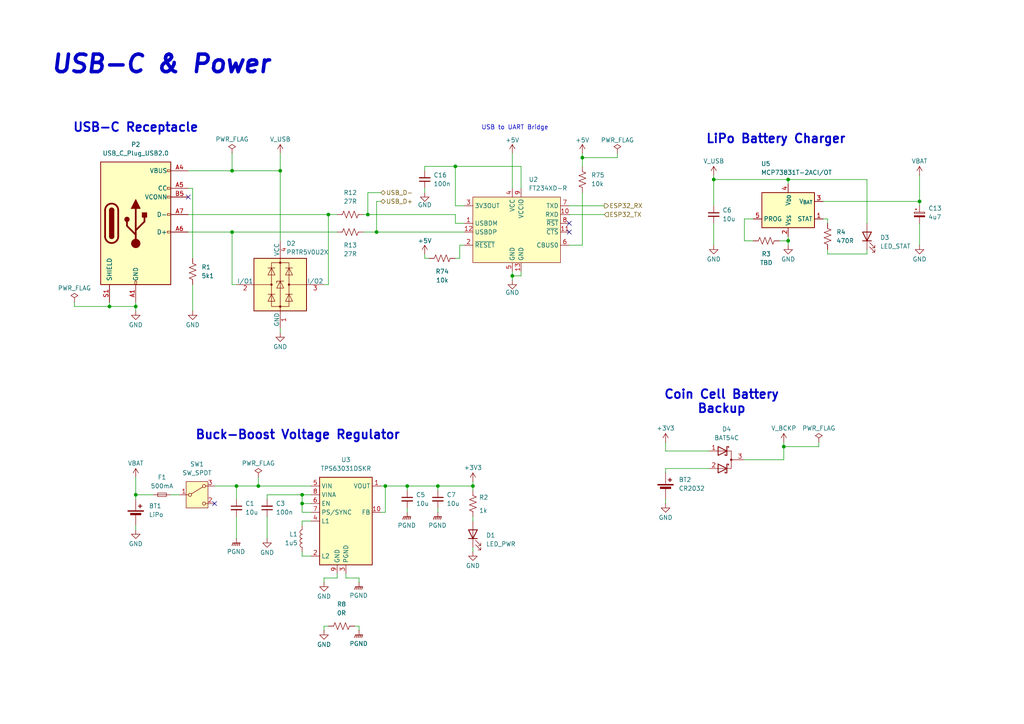
<source format=kicad_sch>
(kicad_sch (version 20250114) (generator "eeschema") (generator_version "9.0")
  (paper "A4")
  (title_block (title "Pocket Caddy") (date "2025-09-25") (rev "0") (company "EE 333 - Electronic Systems Design") (comment 1 "B. Kuhn") (comment 2 "B. York"))
  (lib_symbols
    (symbol "Battery_Management:MCP73831-2-OT"
      (property "Reference" "U" (at -7.62 6.35 0))
      (property "Value" "MCP73831-2-OT" (at 1.27 6.35 0))
      (symbol "MCP73831-2-OT_0_1"
        (rectangle (start -7.62 5.08) (end 7.62 -5.08) (stroke (width 0.254)) (fill (type background)))
      )
      (symbol "MCP73831-2-OT_1_1"
        (pin input line (at -10.16 -2.54 0) (length 2.54) (name "PROG") (number "5"))
        (pin power_in line (at 0 7.62 270) (length 2.54) (name "V_{DD}") (number "4"))
        (pin power_in line (at 0 -7.62 90) (length 2.54) (name "V_{SS}") (number "2"))
        (pin power_out line (at 10.16 2.54 180) (length 2.54) (name "V_{BAT}") (number "3"))
        (pin tri_state line (at 10.16 -2.54 180) (length 2.54) (name "STAT") (number "1"))
      )
    )
    (symbol "Connector:USB_C_Plug_USB2.0" (pin_names (offset 1.016))
      (property "Reference" "P" (at -10.16 19.05 0))
      (property "Value" "USB_C_Plug_USB2.0" (at 12.7 19.05 0))
      (symbol "USB_C_Plug_USB2.0_0_0"
        (rectangle (start -0.254 -17.78) (end 0.254 -16.764))
        (rectangle (start 10.16 15.494) (end 9.144 14.986))
        (rectangle (start 10.16 10.414) (end 9.144 9.906))
        (rectangle (start 10.16 7.874) (end 9.144 7.366))
        (rectangle (start 10.16 2.794) (end 9.144 2.286))
        (rectangle (start 10.16 -2.286) (end 9.144 -2.794))
      )
      (symbol "USB_C_Plug_USB2.0_0_1"
        (rectangle (start -10.16 17.78) (end 10.16 -17.78) (stroke (width 0.254)) (fill (type background)))
        (polyline (pts (xy -8.89 -3.81) (xy -8.89 3.81)) (stroke (width 0.508)))
        (rectangle (start -7.62 -3.81) (end -6.35 3.81) (stroke (width 0.254)) (fill (type outline)))
        (arc (start -7.62 3.81) (mid -6.985 4.4423) (end -6.35 3.81) (stroke (width 0.254)))
        (arc (start -7.62 3.81) (mid -6.985 4.4423) (end -6.35 3.81) (stroke (width 0.254)) (fill (type outline)))
        (arc (start -8.89 3.81) (mid -6.985 5.7067) (end -5.08 3.81) (stroke (width 0.508)))
        (arc (start -5.08 -3.81) (mid -6.985 -5.7067) (end -8.89 -3.81) (stroke (width 0.508)))
        (arc (start -6.35 -3.81) (mid -6.985 -4.4423) (end -7.62 -3.81) (stroke (width 0.254)))
        (arc (start -6.35 -3.81) (mid -6.985 -4.4423) (end -7.62 -3.81) (stroke (width 0.254)) (fill (type outline)))
        (polyline (pts (xy -5.08 3.81) (xy -5.08 -3.81)) (stroke (width 0.508)))
        (circle (center -2.54 1.143) (radius 0.635) (stroke (width 0.254)) (fill (type outline)))
        (polyline (pts (xy -1.27 4.318) (xy 0 6.858) (xy 1.27 4.318) (xy -1.27 4.318)) (stroke (width 0.254)) (fill (type outline)))
        (polyline (pts (xy 0 -2.032) (xy 2.54 0.508) (xy 2.54 1.778)) (stroke (width 0.508)))
        (polyline (pts (xy 0 -3.302) (xy -2.54 -0.762) (xy -2.54 0.508)) (stroke (width 0.508)))
        (polyline (pts (xy 0 -5.842) (xy 0 4.318)) (stroke (width 0.508)))
        (circle (center 0 -5.842) (radius 1.27) (fill (type outline)))
        (rectangle (start 1.905 1.778) (end 3.175 3.048) (stroke (width 0.254)) (fill (type outline)))
      )
      (symbol "USB_C_Plug_USB2.0_1_1"
        (pin passive line (at -7.62 -22.86 90) (length 5.08) (name "SHIELD") (number "S1"))
        (pin passive line (at 0 -22.86 90) (length 5.08) (name "GND") (number "A1"))
        (pin passive line (at 0 -22.86 90) (length 5.08) (hide yes) (name "GND") (number "A12"))
        (pin passive line (at 0 -22.86 90) (length 5.08) (hide yes) (name "GND") (number "B1"))
        (pin passive line (at 0 -22.86 90) (length 5.08) (hide yes) (name "GND") (number "B12"))
        (pin passive line (at 15.24 15.24 180) (length 5.08) (name "VBUS") (number "A4"))
        (pin passive line (at 15.24 15.24 180) (length 5.08) (hide yes) (name "VBUS") (number "A9"))
        (pin passive line (at 15.24 15.24 180) (length 5.08) (hide yes) (name "VBUS") (number "B4"))
        (pin passive line (at 15.24 15.24 180) (length 5.08) (hide yes) (name "VBUS") (number "B9"))
        (pin bidirectional line (at 15.24 10.16 180) (length 5.08) (name "CC") (number "A5"))
        (pin bidirectional line (at 15.24 7.62 180) (length 5.08) (name "VCONN") (number "B5"))
        (pin bidirectional line (at 15.24 2.54 180) (length 5.08) (name "D-") (number "A7"))
        (pin bidirectional line (at 15.24 -2.54 180) (length 5.08) (name "D+") (number "A6"))
      )
    )
    (symbol "Device:Battery_Cell" (pin_numbers (hide yes)) (pin_names (offset 0) (hide yes))
      (property "Reference" "BT" (at 2.54 2.54 0))
      (property "Value" "Battery_Cell" (at 2.54 0 0))
      (symbol "Battery_Cell_0_1"
        (rectangle (start -2.286 1.778) (end 2.286 1.524) (fill (type outline)))
        (rectangle (start -1.524 1.016) (end 1.524 0.508) (fill (type outline)))
        (polyline (pts (xy 0 1.778) (xy 0 2.54)))
        (polyline (pts (xy 0 0.762) (xy 0 0)))
        (polyline (pts (xy 0.762 3.048) (xy 1.778 3.048)) (stroke (width 0.254)))
        (polyline (pts (xy 1.27 3.556) (xy 1.27 2.54)) (stroke (width 0.254)))
      )
      (symbol "Battery_Cell_1_1"
        (pin passive line (at 0 5.08 270) (length 2.54) (name "+") (number "1"))
        (pin passive line (at 0 -2.54 90) (length 2.54) (name "-") (number "2"))
      )
    )
    (symbol "Device:C_Polarized_Small" (pin_numbers (hide yes)) (pin_names (offset 0.254) (hide yes))
      (property "Reference" "C" (at 0.254 1.778 0))
      (property "Value" "C_Polarized_Small" (at 0.254 -2.032 0))
      (symbol "C_Polarized_Small_0_1"
        (rectangle (start -1.524 0.6858) (end 1.524 0.3048))
        (rectangle (start -1.524 -0.3048) (end 1.524 -0.6858) (fill (type outline)))
        (polyline (pts (xy -1.27 1.524) (xy -0.762 1.524)))
        (polyline (pts (xy -1.016 1.27) (xy -1.016 1.778)))
      )
      (symbol "C_Polarized_Small_1_1"
        (pin passive line (at 0 2.54 270) (length 1.8542) (name "~") (number "1"))
        (pin passive line (at 0 -2.54 90) (length 1.8542) (name "~") (number "2"))
      )
    )
    (symbol "Device:C_Small" (pin_numbers (hide yes)) (pin_names (offset 0.254) (hide yes))
      (property "Reference" "C" (at 0.254 1.778 0))
      (property "Value" "C_Small" (at 0.254 -2.032 0))
      (symbol "C_Small_0_1"
        (polyline (pts (xy -1.524 0.508) (xy 1.524 0.508)) (stroke (width 0.3048)))
        (polyline (pts (xy -1.524 -0.508) (xy 1.524 -0.508)) (stroke (width 0.3302)))
      )
      (symbol "C_Small_1_1"
        (pin passive line (at 0 2.54 270) (length 2.032) (name "~") (number "1"))
        (pin passive line (at 0 -2.54 90) (length 2.032) (name "~") (number "2"))
      )
    )
    (symbol "Device:D_Schottky_Dual_CommonCathode_AAK_Parallel" (pin_names (offset 0.762) (hide yes))
      (property "Reference" "D" (at 0 5.08 0))
      (property "Value" "D_Schottky_Dual_CommonCathode_AAK_Parallel" (at 0 -5.08 0))
      (symbol "D_Schottky_Dual_CommonCathode_AAK_Parallel_0_1"
        (polyline (pts (xy -2.54 3.81) (xy 0 2.54) (xy -2.54 1.27) (xy -2.54 3.81) (xy -2.54 3.81) (xy -2.54 3.81)) (stroke (width 0.254)))
        (polyline (pts (xy -2.54 -1.27) (xy 0 -2.54) (xy -2.54 -3.81) (xy -2.54 -1.27) (xy -2.54 -1.27) (xy -2.54 -1.27)) (stroke (width 0.254)))
        (polyline (pts (xy -2.54 -2.54) (xy 1.27 -2.54) (xy 1.27 2.54) (xy -2.54 2.54)))
        (polyline (pts (xy 0.508 3.556) (xy 0.508 3.81) (xy 0 3.81) (xy 0 1.27) (xy -0.508 1.27) (xy -0.508 1.524)) (stroke (width 0.254)))
        (polyline (pts (xy 0.508 -1.524) (xy 0.508 -1.27) (xy 0 -1.27) (xy 0 -3.81) (xy -0.508 -3.81) (xy -0.508 -3.556)) (stroke (width 0.254)))
        (polyline (pts (xy 1.27 0) (xy 2.54 0)))
        (circle (center 1.27 0) (radius 0.254) (fill (type outline)))
        (pin passive line (at -5.08 2.54 0) (length 2.54) (name "K") (number "1"))
        (pin passive line (at -5.08 -2.54 0) (length 2.54) (name "K") (number "2"))
        (pin passive line (at 5.08 0 180) (length 2.54) (name "A") (number "3"))
      )
    )
    (symbol "Device:Fuse_Small" (pin_numbers (hide yes)) (pin_names (offset 0.254) (hide yes))
      (property "Reference" "F" (at 0 -1.524 0))
      (property "Value" "Fuse_Small" (at 0 1.524 0))
      (symbol "Fuse_Small_0_1"
        (rectangle (start -1.27 0.508) (end 1.27 -0.508))
        (polyline (pts (xy -1.27 0) (xy 1.27 0)))
      )
      (symbol "Fuse_Small_1_1"
        (pin passive line (at -2.54 0 0) (length 1.27) (name "~") (number "1"))
        (pin passive line (at 2.54 0 180) (length 1.27) (name "~") (number "2"))
      )
    )
    (symbol "Device:L" (pin_numbers (hide yes)) (pin_names (offset 1.016) (hide yes))
      (property "Reference" "L" (at -1.27 0 90))
      (property "Value" "L" (at 1.905 0 90))
      (symbol "L_0_1"
        (arc (start 0 2.54) (mid 0.6323 1.905) (end 0 1.27))
        (arc (start 0 1.27) (mid 0.6323 0.635) (end 0 0))
        (arc (start 0 0) (mid 0.6323 -0.635) (end 0 -1.27))
        (arc (start 0 -1.27) (mid 0.6323 -1.905) (end 0 -2.54))
      )
      (symbol "L_1_1"
        (pin passive line (at 0 3.81 270) (length 1.27) (name "1") (number "1"))
        (pin passive line (at 0 -3.81 90) (length 1.27) (name "2") (number "2"))
      )
    )
    (symbol "Device:LED" (pin_numbers (hide yes)) (pin_names (offset 1.016) (hide yes))
      (property "Reference" "D" (at 0 2.54 0))
      (property "Value" "LED" (at 0 -2.54 0))
      (symbol "LED_0_1"
        (polyline (pts (xy -3.048 -0.762) (xy -4.572 -2.286) (xy -3.81 -2.286) (xy -4.572 -2.286) (xy -4.572 -1.524)))
        (polyline (pts (xy -1.778 -0.762) (xy -3.302 -2.286) (xy -2.54 -2.286) (xy -3.302 -2.286) (xy -3.302 -1.524)))
        (polyline (pts (xy -1.27 0) (xy 1.27 0)))
        (polyline (pts (xy -1.27 -1.27) (xy -1.27 1.27)) (stroke (width 0.254)))
        (polyline (pts (xy 1.27 -1.27) (xy 1.27 1.27) (xy -1.27 0) (xy 1.27 -1.27)) (stroke (width 0.254)))
      )
      (symbol "LED_1_1"
        (pin passive line (at -3.81 0 0) (length 2.54) (name "K") (number "1"))
        (pin passive line (at 3.81 0 180) (length 2.54) (name "A") (number "2"))
      )
    )
    (symbol "Device:R_US" (pin_numbers (hide yes)) (pin_names (offset 0))
      (property "Reference" "R" (at 2.54 0 90))
      (property "Value" "R_US" (at -2.54 0 90))
      (symbol "R_US_0_1"
        (polyline (pts (xy 0 2.286) (xy 0 2.54)))
        (polyline (pts (xy 0 2.286) (xy 1.016 1.905) (xy 0 1.524) (xy -1.016 1.143) (xy 0 0.762)))
        (polyline (pts (xy 0 0.762) (xy 1.016 0.381) (xy 0 0) (xy -1.016 -0.381) (xy 0 -0.762)))
        (polyline (pts (xy 0 -0.762) (xy 1.016 -1.143) (xy 0 -1.524) (xy -1.016 -1.905) (xy 0 -2.286)))
        (polyline (pts (xy 0 -2.286) (xy 0 -2.54)))
      )
      (symbol "R_US_1_1"
        (pin passive line (at 0 3.81 270) (length 1.27) (name "~") (number "1"))
        (pin passive line (at 0 -3.81 90) (length 1.27) (name "~") (number "2"))
      )
    )
    (symbol "Power_Protection:PRTR5V0U2X" (pin_names (offset 0))
      (property "Reference" "D" (at 2.794 8.636 0))
      (property "Value" "PRTR5V0U2X" (at 8.128 -9.398 0))
      (symbol "PRTR5V0U2X_0_1"
        (rectangle (start -7.62 -7.62) (end 7.62 7.62) (stroke (width 0.254)) (fill (type background)))
        (polyline (pts (xy -3.556 2.794) (xy -1.524 2.794) (xy -2.54 4.826) (xy -3.556 2.794)))
        (polyline (pts (xy -3.556 -4.826) (xy -1.524 -4.826) (xy -2.54 -2.794) (xy -3.556 -4.826)))
        (rectangle (start -2.54 6.35) (end 2.54 -6.35))
        (circle (center -2.54 0) (radius 0.254) (fill (type outline)))
        (polyline (pts (xy -2.54 0) (xy -7.62 0)))
        (polyline (pts (xy -1.524 4.826) (xy -3.556 4.826)))
        (polyline (pts (xy -1.524 -2.794) (xy -3.556 -2.794)))
        (polyline (pts (xy -1.016 -1.016) (xy 1.016 -1.016) (xy 0 1.016) (xy -1.016 -1.016)))
        (circle (center 0 6.35) (radius 0.254) (fill (type outline)))
        (circle (center 0 -6.35) (radius 0.254) (fill (type outline)))
        (polyline (pts (xy 0 -7.62) (xy 0 7.62)))
        (polyline (pts (xy 1.016 1.016) (xy -1.016 1.016) (xy -1.016 0.508)))
        (polyline (pts (xy 1.524 4.826) (xy 3.556 4.826)))
        (polyline (pts (xy 1.524 -2.794) (xy 3.556 -2.794)))
        (polyline (pts (xy 2.54 0) (xy 7.62 0)))
        (circle (center 2.54 0) (radius 0.254) (fill (type outline)))
        (polyline (pts (xy 3.556 2.794) (xy 1.524 2.794) (xy 2.54 4.826) (xy 3.556 2.794)))
        (polyline (pts (xy 3.556 -4.826) (xy 1.524 -4.826) (xy 2.54 -2.794) (xy 3.556 -4.826)))
      )
      (symbol "PRTR5V0U2X_1_1"
        (pin passive line (at -12.7 0 0) (length 5.08) (name "I/O1") (number "2"))
        (pin passive line (at 0 12.7 270) (length 5.08) (name "VCC") (number "4"))
        (pin passive line (at 0 -12.7 90) (length 5.08) (name "GND") (number "1"))
        (pin passive line (at 12.7 0 180) (length 5.08) (name "I/O2") (number "3"))
      )
    )
    (symbol "Regulator_Switching:TPS63031DSK"
      (property "Reference" "U" (at -7.62 13.97 0))
      (property "Value" "TPS63031DSK" (at 5.08 13.97 0))
      (symbol "TPS63031DSK_0_1"
        (rectangle (start -7.62 12.7) (end 7.62 -12.7) (stroke (width 0.254)) (fill (type background)))
      )
      (symbol "TPS63031DSK_1_1"
        (pin power_in line (at -10.16 10.16 0) (length 2.54) (name "VIN") (number "5"))
        (pin passive line (at -10.16 7.62 0) (length 2.54) (name "VINA") (number "8"))
        (pin input line (at -10.16 5.08 0) (length 2.54) (name "EN") (number "6"))
        (pin input line (at -10.16 2.54 0) (length 2.54) (name "PS/SYNC") (number "7"))
        (pin input line (at -10.16 0 0) (length 2.54) (name "L1") (number "4"))
        (pin input line (at -10.16 -10.16 0) (length 2.54) (name "L2") (number "2"))
        (pin power_in line (at -2.54 -15.24 90) (length 2.54) (name "GND") (number "9"))
        (pin passive line (at 0 -15.24 90) (length 2.54) (hide yes) (name "PGND") (number "11"))
        (pin power_in line (at 0 -15.24 90) (length 2.54) (name "PGND") (number "3"))
        (pin power_out line (at 10.16 10.16 180) (length 2.54) (name "VOUT") (number "1"))
        (pin input line (at 10.16 2.54 180) (length 2.54) (name "FB") (number "10"))
      )
    )
    (symbol "Switch:SW_Wuerth_450301014042" (pin_names (offset 1) (hide yes))
      (property "Reference" "SW" (at 0 5.08 0))
      (property "Value" "SW_Wuerth_450301014042" (at 0 -5.08 0))
      (symbol "SW_Wuerth_450301014042_0_1"
        (circle (center -2.032 0) (radius 0.4572))
        (polyline (pts (xy -1.651 0.254) (xy 1.651 2.286)))
        (circle (center 2.032 2.54) (radius 0.4572))
        (circle (center 2.032 -2.54) (radius 0.4572))
      )
      (symbol "SW_Wuerth_450301014042_1_1"
        (rectangle (start -3.175 3.81) (end 3.175 -3.81) (fill (type background)))
        (pin passive line (at -5.08 0 0) (length 2.54) (name "B") (number "1"))
        (pin passive line (at 5.08 2.54 180) (length 2.54) (name "A") (number "3"))
        (pin passive line (at 5.08 -2.54 180) (length 2.54) (name "C") (number "2"))
      )
    )
    (symbol "power:+3V3" (power) (pin_numbers (hide yes)) (pin_names (offset 0) (hide yes))
      (property "Value" "+3V3" (at 0 3.556 0))
      (symbol "+3V3_0_1"
        (polyline (pts (xy -0.762 1.27) (xy 0 2.54)))
        (polyline (pts (xy 0 2.54) (xy 0.762 1.27)))
        (polyline (pts (xy 0 0) (xy 0 2.54)))
      )
      (symbol "+3V3_1_1"
        (pin power_in line (at 0 0 90) (length 0) (name "~") (number "1"))
      )
    )
    (symbol "power:+5V" (power) (pin_numbers (hide yes)) (pin_names (offset 0) (hide yes))
      (property "Value" "+5V" (at 0 3.556 0))
      (symbol "+5V_0_1"
        (polyline (pts (xy -0.762 1.27) (xy 0 2.54)))
        (polyline (pts (xy 0 2.54) (xy 0.762 1.27)))
        (polyline (pts (xy 0 0) (xy 0 2.54)))
      )
      (symbol "+5V_1_1"
        (pin power_in line (at 0 0 90) (length 0) (name "~") (number "1"))
      )
    )
    (symbol "power:GND" (power) (pin_numbers (hide yes)) (pin_names (offset 0) (hide yes))
      (property "Value" "GND" (at 0 -3.81 0))
      (symbol "GND_0_1"
        (polyline (pts (xy 0 0) (xy 0 -1.27) (xy 1.27 -1.27) (xy 0 -2.54) (xy -1.27 -1.27) (xy 0 -1.27)))
      )
      (symbol "GND_1_1"
        (pin power_in line (at 0 0 270) (length 0) (name "~") (number "1"))
      )
    )
    (symbol "power:GNDPWR" (power) (pin_numbers (hide yes)) (pin_names (offset 0) (hide yes))
      (property "Value" "GNDPWR" (at 0 -3.302 0))
      (symbol "GNDPWR_0_1"
        (polyline (pts (xy -1.016 -1.27) (xy -1.27 -2.032) (xy -1.27 -2.032)) (stroke (width 0.2032)))
        (polyline (pts (xy -0.508 -1.27) (xy -0.762 -2.032) (xy -0.762 -2.032)) (stroke (width 0.2032)))
        (polyline (pts (xy 0 -1.27) (xy 0 0)))
        (polyline (pts (xy 0 -1.27) (xy -0.254 -2.032) (xy -0.254 -2.032)) (stroke (width 0.2032)))
        (polyline (pts (xy 0.508 -1.27) (xy 0.254 -2.032) (xy 0.254 -2.032)) (stroke (width 0.2032)))
        (polyline (pts (xy 1.016 -1.27) (xy -1.016 -1.27) (xy -1.016 -1.27)) (stroke (width 0.2032)))
        (polyline (pts (xy 1.016 -1.27) (xy 0.762 -2.032) (xy 0.762 -2.032) (xy 0.762 -2.032)) (stroke (width 0.2032)))
      )
      (symbol "GNDPWR_1_1"
        (pin power_in line (at 0 0 270) (length 0) (name "~") (number "1"))
      )
    )
    (symbol "power:PWR_FLAG" (power) (pin_numbers (hide yes)) (pin_names (offset 0) (hide yes))
      (property "Value" "PWR_FLAG" (at 0 3.81 0))
      (symbol "PWR_FLAG_0_0"
        (pin power_out line (at 0 0 90) (length 0) (name "~") (number "1"))
      )
      (symbol "PWR_FLAG_0_1"
        (polyline (pts (xy 0 0) (xy 0 1.27) (xy -1.016 1.905) (xy 0 2.54) (xy 1.016 1.905) (xy 0 1.27)))
      )
    )
    (symbol "smart_clock:FT234XD-R"
      (property "Reference" "U" (at 6.858 -11.43 0))
      (symbol "FT234XD-R_1_1"
        (rectangle (start -12.7 8.89) (end 12.7 -10.16) (fill (type background)))
        (pin passive line (at -15.24 6.35 0) (length 2.54) (name "3V3OUT") (number "3"))
        (pin passive line (at -15.24 1.27 0) (length 2.54) (name "USBDM") (number "1"))
        (pin passive line (at -15.24 -1.27 0) (length 2.54) (name "USBDP") (number "12"))
        (pin passive line (at -15.24 -5.08 0) (length 2.54) (name "~{RESET}") (number "2"))
        (pin passive line (at -1.27 11.43 270) (length 2.54) (name "VCC") (number "4"))
        (pin passive line (at -1.27 -12.7 90) (length 2.54) (name "GND") (number "5"))
        (pin passive line (at 1.27 11.43 270) (length 2.54) (name "VCCIO") (number "9"))
        (pin passive line (at 1.27 -12.7 90) (length 2.54) (name "GND") (number "13"))
        (pin passive line (at 15.24 6.35 180) (length 2.54) (name "TXD") (number "7"))
        (pin passive line (at 15.24 3.81 180) (length 2.54) (name "RXD") (number "10"))
        (pin passive line (at 15.24 1.27 180) (length 2.54) (name "~{RST}") (number "8"))
        (pin passive line (at 15.24 -1.27 180) (length 2.54) (name "~{CTS}") (number "11"))
        (pin passive line (at 15.24 -5.08 180) (length 2.54) (name "CBUS0") (number "6"))
      )
    )
  )
  (text "Buck-Boost Voltage Regulator" (at 86.36 126.238 0) (effects (font (size 2.54 2.54) (thickness 0.508) (bold yes))))
  (text "USB-C Receptacle" (at 39.37 37.084 0) (effects (font (size 2.54 2.54) (thickness 0.508) (bold yes))))
  (text "Coin Cell Battery\nBackup" (at 209.296 116.586 0) (effects (font (size 2.54 2.54) (thickness 0.508) (bold yes))))
  (text "LiPo Battery Charger" (at 225.044 40.386 0) (effects (font (size 2.54 2.54) (thickness 0.508) (bold yes))))
  (text "USB to UART Bridge" (at 149.352 37.084 0) (effects (font (size 1.27 1.27))))
  (text "USB-C & Power" (at 14.478 15.748 0) (effects (font (size 5.08 5.08) (thickness 1.016) (bold yes) (italic yes)) (justify left top)))
  (junction (at 148.59 80.01))
  (junction (at 87.63 146.05))
  (junction (at 81.28 49.53))
  (junction (at 137.16 140.97))
  (junction (at 228.6 69.85))
  (junction (at 227.33 129.54))
  (junction (at 132.08 48.26))
  (junction (at 266.7 58.42))
  (junction (at 67.31 49.53))
  (junction (at 39.37 143.51))
  (junction (at 111.76 140.97))
  (junction (at 87.63 143.51))
  (junction (at 228.6 52.07))
  (junction (at 127 140.97))
  (junction (at 67.31 67.31))
  (junction (at 39.37 88.9))
  (junction (at 31.75 88.9))
  (junction (at 109.22 67.31))
  (junction (at 207.01 52.07))
  (junction (at 118.11 140.97))
  (junction (at 74.93 140.97))
  (junction (at 168.91 45.72))
  (junction (at 68.58 140.97))
  (junction (at 106.68 62.23))
  (junction (at 95.25 62.23))
  (no_connect (at 165.1 67.31))
  (no_connect (at 62.23 146.05))
  (no_connect (at 54.61 57.15))
  (no_connect (at 165.1 64.77))
  (wire (pts (xy 151.13 78.74) (xy 151.13 80.01)))
  (wire (pts (xy 100.33 167.64) (xy 104.14 167.64)))
  (wire (pts (xy 228.6 71.12) (xy 228.6 69.85)))
  (wire (pts (xy 68.58 140.97) (xy 74.93 140.97)))
  (wire (pts (xy 54.61 67.31) (xy 67.31 67.31)))
  (wire (pts (xy 168.91 45.72) (xy 168.91 48.26)))
  (wire (pts (xy 21.59 88.9) (xy 31.75 88.9)))
  (wire (pts (xy 55.88 82.55) (xy 55.88 90.17)))
  (wire (pts (xy 87.63 151.13) (xy 87.63 152.4)))
  (wire (pts (xy 39.37 144.78) (xy 39.37 143.51)))
  (wire (pts (xy 227.33 128.27) (xy 227.33 129.54)))
  (wire (pts (xy 148.59 78.74) (xy 148.59 80.01)))
  (wire (pts (xy 93.98 167.64) (xy 93.98 168.91)))
  (wire (pts (xy 168.91 55.88) (xy 168.91 71.12)))
  (wire (pts (xy 193.04 135.89) (xy 205.74 135.89)))
  (wire (pts (xy 132.08 59.69) (xy 132.08 48.26)))
  (wire (pts (xy 237.49 128.27) (xy 237.49 129.54)))
  (wire (pts (xy 104.14 167.64) (xy 104.14 168.91)))
  (wire (pts (xy 54.61 49.53) (xy 67.31 49.53)))
  (wire (pts (xy 228.6 52.07) (xy 228.6 53.34)))
  (wire (pts (xy 193.04 128.27) (xy 193.04 130.81)))
  (wire (pts (xy 111.76 140.97) (xy 118.11 140.97)))
  (wire (pts (xy 127 142.24) (xy 127 140.97)))
  (wire (pts (xy 118.11 147.32) (xy 118.11 148.59)))
  (wire (pts (xy 105.41 67.31) (xy 109.22 67.31)))
  (wire (pts (xy 93.98 181.61) (xy 95.25 181.61)))
  (wire (pts (xy 124.46 74.93) (xy 123.19 74.93)))
  (wire (pts (xy 90.17 148.59) (xy 87.63 148.59)))
  (wire (pts (xy 227.33 129.54) (xy 227.33 133.35)))
  (wire (pts (xy 77.47 144.78) (xy 77.47 143.51)))
  (wire (pts (xy 148.59 80.01) (xy 151.13 80.01)))
  (wire (pts (xy 179.07 44.45) (xy 179.07 45.72)))
  (wire (pts (xy 151.13 48.26) (xy 151.13 54.61)))
  (wire (pts (xy 238.76 63.5) (xy 240.03 63.5)))
  (wire (pts (xy 137.16 140.97) (xy 137.16 142.24)))
  (wire (pts (xy 31.75 88.9) (xy 39.37 88.9)))
  (wire (pts (xy 238.76 58.42) (xy 266.7 58.42)))
  (wire (pts (xy 109.22 58.42) (xy 109.22 67.31)))
  (wire (pts (xy 54.61 62.23) (xy 95.25 62.23)))
  (wire (pts (xy 227.33 129.54) (xy 237.49 129.54)))
  (wire (pts (xy 39.37 143.51) (xy 44.45 143.51)))
  (wire (pts (xy 87.63 146.05) (xy 87.63 143.51)))
  (wire (pts (xy 81.28 49.53) (xy 67.31 49.53)))
  (wire (pts (xy 193.04 130.81) (xy 205.74 130.81)))
  (wire (pts (xy 179.07 45.72) (xy 168.91 45.72)))
  (wire (pts (xy 67.31 82.55) (xy 68.58 82.55)))
  (wire (pts (xy 95.25 62.23) (xy 97.79 62.23)))
  (wire (pts (xy 87.63 146.05) (xy 90.17 146.05)))
  (wire (pts (xy 240.03 73.66) (xy 240.03 72.39)))
  (wire (pts (xy 67.31 67.31) (xy 97.79 67.31)))
  (wire (pts (xy 215.9 63.5) (xy 215.9 69.85)))
  (wire (pts (xy 110.49 55.88) (xy 106.68 55.88)))
  (wire (pts (xy 118.11 140.97) (xy 127 140.97)))
  (wire (pts (xy 228.6 68.58) (xy 228.6 69.85)))
  (wire (pts (xy 102.87 181.61) (xy 104.14 181.61)))
  (wire (pts (xy 68.58 149.86) (xy 68.58 156.21)))
  (wire (pts (xy 81.28 95.25) (xy 81.28 96.52)))
  (wire (pts (xy 104.14 181.61) (xy 104.14 182.88)))
  (wire (pts (xy 81.28 44.45) (xy 81.28 49.53)))
  (wire (pts (xy 207.01 52.07) (xy 228.6 52.07)))
  (wire (pts (xy 266.7 50.8) (xy 266.7 58.42)))
  (wire (pts (xy 93.98 182.88) (xy 93.98 181.61)))
  (wire (pts (xy 67.31 44.45) (xy 67.31 49.53)))
  (wire (pts (xy 148.59 81.28) (xy 148.59 80.01)))
  (wire (pts (xy 95.25 82.55) (xy 93.98 82.55)))
  (wire (pts (xy 54.61 54.61) (xy 55.88 54.61)))
  (wire (pts (xy 106.68 55.88) (xy 106.68 62.23)))
  (wire (pts (xy 49.53 143.51) (xy 52.07 143.51)))
  (wire (pts (xy 110.49 58.42) (xy 109.22 58.42)))
  (wire (pts (xy 74.93 138.43) (xy 74.93 140.97)))
  (wire (pts (xy 165.1 71.12) (xy 168.91 71.12)))
  (wire (pts (xy 67.31 67.31) (xy 67.31 82.55)))
  (wire (pts (xy 110.49 148.59) (xy 111.76 148.59)))
  (wire (pts (xy 133.35 71.12) (xy 134.62 71.12)))
  (wire (pts (xy 132.08 48.26) (xy 151.13 48.26)))
  (wire (pts (xy 62.23 140.97) (xy 68.58 140.97)))
  (wire (pts (xy 132.08 48.26) (xy 123.19 48.26)))
  (wire (pts (xy 90.17 161.29) (xy 87.63 161.29)))
  (wire (pts (xy 165.1 62.23) (xy 175.26 62.23)))
  (wire (pts (xy 39.37 152.4) (xy 39.37 153.67)))
  (wire (pts (xy 97.79 167.64) (xy 97.79 166.37)))
  (wire (pts (xy 266.7 64.77) (xy 266.7 71.12)))
  (wire (pts (xy 93.98 167.64) (xy 97.79 167.64)))
  (wire (pts (xy 81.28 49.53) (xy 81.28 69.85)))
  (wire (pts (xy 127 140.97) (xy 137.16 140.97)))
  (wire (pts (xy 215.9 133.35) (xy 227.33 133.35)))
  (wire (pts (xy 215.9 69.85) (xy 218.44 69.85)))
  (wire (pts (xy 240.03 63.5) (xy 240.03 64.77)))
  (wire (pts (xy 134.62 64.77) (xy 132.08 64.77)))
  (wire (pts (xy 123.19 48.26) (xy 123.19 49.53)))
  (wire (pts (xy 110.49 140.97) (xy 111.76 140.97)))
  (wire (pts (xy 266.7 59.69) (xy 266.7 58.42)))
  (wire (pts (xy 193.04 146.05) (xy 193.04 144.78)))
  (wire (pts (xy 90.17 151.13) (xy 87.63 151.13)))
  (wire (pts (xy 31.75 87.63) (xy 31.75 88.9)))
  (wire (pts (xy 118.11 140.97) (xy 118.11 142.24)))
  (wire (pts (xy 87.63 143.51) (xy 90.17 143.51)))
  (wire (pts (xy 133.35 74.93) (xy 133.35 71.12)))
  (wire (pts (xy 193.04 137.16) (xy 193.04 135.89)))
  (wire (pts (xy 100.33 166.37) (xy 100.33 167.64)))
  (wire (pts (xy 106.68 62.23) (xy 105.41 62.23)))
  (wire (pts (xy 74.93 140.97) (xy 90.17 140.97)))
  (wire (pts (xy 251.46 72.39) (xy 251.46 73.66)))
  (wire (pts (xy 218.44 63.5) (xy 215.9 63.5)))
  (wire (pts (xy 168.91 44.45) (xy 168.91 45.72)))
  (wire (pts (xy 39.37 138.43) (xy 39.37 143.51)))
  (wire (pts (xy 68.58 144.78) (xy 68.58 140.97)))
  (wire (pts (xy 251.46 73.66) (xy 240.03 73.66)))
  (wire (pts (xy 251.46 52.07) (xy 228.6 52.07)))
  (wire (pts (xy 132.08 64.77) (xy 132.08 62.23)))
  (wire (pts (xy 127 147.32) (xy 127 148.59)))
  (wire (pts (xy 148.59 44.45) (xy 148.59 54.61)))
  (wire (pts (xy 165.1 59.69) (xy 175.26 59.69)))
  (wire (pts (xy 132.08 74.93) (xy 133.35 74.93)))
  (wire (pts (xy 55.88 74.93) (xy 55.88 54.61)))
  (wire (pts (xy 207.01 64.77) (xy 207.01 71.12)))
  (wire (pts (xy 106.68 62.23) (xy 132.08 62.23)))
  (wire (pts (xy 77.47 143.51) (xy 87.63 143.51)))
  (wire (pts (xy 95.25 62.23) (xy 95.25 82.55)))
  (wire (pts (xy 132.08 59.69) (xy 134.62 59.69)))
  (wire (pts (xy 137.16 158.75) (xy 137.16 160.02)))
  (wire (pts (xy 137.16 149.86) (xy 137.16 151.13)))
  (wire (pts (xy 87.63 161.29) (xy 87.63 160.02)))
  (wire (pts (xy 21.59 87.63) (xy 21.59 88.9)))
  (wire (pts (xy 111.76 148.59) (xy 111.76 140.97)))
  (wire (pts (xy 226.06 69.85) (xy 228.6 69.85)))
  (wire (pts (xy 207.01 52.07) (xy 207.01 59.69)))
  (wire (pts (xy 87.63 148.59) (xy 87.63 146.05)))
  (wire (pts (xy 207.01 50.8) (xy 207.01 52.07)))
  (wire (pts (xy 39.37 88.9) (xy 39.37 90.17)))
  (wire (pts (xy 137.16 139.7) (xy 137.16 140.97)))
  (wire (pts (xy 251.46 52.07) (xy 251.46 64.77)))
  (wire (pts (xy 123.19 73.66) (xy 123.19 74.93)))
  (wire (pts (xy 123.19 54.61) (xy 123.19 55.88)))
  (wire (pts (xy 77.47 149.86) (xy 77.47 156.21)))
  (wire (pts (xy 39.37 87.63) (xy 39.37 88.9)))
  (wire (pts (xy 109.22 67.31) (xy 134.62 67.31)))
  (hierarchical_label "USB_D+" (shape bidirectional) (at 110.49 58.42 0))
  (hierarchical_label "ESP32_RX" (shape output) (at 175.26 59.69 0))
  (hierarchical_label "ESP32_TX" (shape input) (at 175.26 62.23 0))
  (hierarchical_label "USB_D-" (shape bidirectional) (at 110.49 55.88 0))
  (symbol (lib_id "power:+3V3") (at 227.33 128.27 0) (unit 1)
    (property "Reference" "#PWR025" (effects (hide yes)))
    (property "Value" "V_BCKP" (at 227.33 124.206 0))
    (property "Description" "Power symbol creates a global label with name \"+3V3\"" (effects (hide yes)))
  )
  (symbol (lib_id "power:GND") (at 266.7 71.12 0) (unit 1)
    (property "Reference" "#PWR09" (effects (hide yes)))
    (property "Value" "GND" (at 266.7 75.184 0))
    (property "Description" "Power symbol creates a global label with name \"GND\" , ground" (effects (hide yes)))
  )
  (symbol (lib_id "Device:R_US") (at 222.25 69.85 270) (unit 1)
    (property "Reference" "R3" (at 222.25 73.66 90))
    (property "Value" "TBD" (at 222.25 76.2 90))
    (property "Footprint" "Resistor_SMD:R_0603_1608Metric" (effects (hide yes)))
    (property "Description" "Resistor, US symbol" (effects (hide yes)))
  )
  (symbol (lib_id "Device:LED") (at 251.46 68.58 90) (unit 1)
    (property "Reference" "D3" (at 255.27 68.8974 90) (effects (justify right)))
    (property "Value" "LED_STAT" (at 255.27 71.4374 90) (effects (justify right)))
    (property "Footprint" "LED_SMD:LED_0603_1608Metric" (effects (hide yes)))
    (property "Description" "Light emitting diode" (effects (hide yes)))
  )
  (symbol (lib_id "power:GND") (at 81.28 96.52 0) (unit 1)
    (property "Reference" "#PWR04" (effects (hide yes)))
    (property "Value" "GND" (at 81.28 100.584 0))
    (property "Description" "Power symbol creates a global label with name \"GND\" , ground" (effects (hide yes)))
  )
  (symbol (lib_id "power:+5V") (at 123.19 73.66 0) (unit 1)
    (property "Reference" "#PWR078" (effects (hide yes)))
    (property "Value" "+5V" (at 123.19 69.85 0))
    (property "Description" "Power symbol creates a global label with name \"+5V\"" (effects (hide yes)))
  )
  (symbol (lib_id "Device:C_Small") (at 118.11 144.78 0) (unit 1)
    (property "Reference" "C5" (at 120.65 143.5162 0) (effects (justify left)))
    (property "Value" "10u" (at 120.65 146.0562 0) (effects (justify left)))
    (property "Footprint" "Capacitor_SMD:C_0603_1608Metric" (effects (hide yes)))
    (property "Description" "Unpolarized capacitor, small symbol" (effects (hide yes)))
  )
  (symbol (lib_id "power:+5V") (at 168.91 44.45 0) (unit 1)
    (property "Reference" "#PWR098" (effects (hide yes)))
    (property "Value" "+5V" (at 168.91 40.64 0))
    (property "Description" "Power symbol creates a global label with name \"+5V\"" (effects (hide yes)))
  )
  (symbol (lib_id "Device:R_US") (at 101.6 62.23 270) (unit 1)
    (property "Reference" "R12" (at 101.6 55.88 90))
    (property "Value" "27R" (at 101.6 58.42 90))
    (property "Footprint" "Resistor_SMD:R_0603_1608Metric" (effects (hide yes)))
    (property "Description" "Resistor, US symbol" (effects (hide yes)))
    (property "LCSC" "C25804" (effects (hide yes)))
  )
  (symbol (lib_id "power:+5V") (at 207.01 50.8 0) (unit 1)
    (property "Reference" "#PWR044" (effects (hide yes)))
    (property "Value" "V_USB" (at 207.01 46.736 0))
    (property "Description" "Power symbol creates a global label with name \"+5V\"" (effects (hide yes)))
  )
  (symbol (lib_id "smart_clock:FT234XD-R") (at 149.86 66.04 0) (unit 1)
    (property "Reference" "U2" (at 153.3241 52.07 0) (effects (justify left)))
    (property "Value" "FT234XD-R" (at 153.3241 54.61 0) (effects (justify left)))
    (property "Footprint" "Package_DFN_QFN:DFN-12-1EP_3x3mm_P0.45mm_EP1.65x2.38mm" (effects (hide yes)))
    (property "Datasheet" "https://www.ftdichip.com/Support/Documents/DataSheets/ICs/DS_FT234XD.pdf" (effects (hide yes)))
    (property "Description" "USB Bridge, USB to UART USB 2.0 UART Interface 12-DFN (3x3)" (effects (hide yes)))
    (property "LCSC" "C132158" (effects (hide yes)))
  )
  (symbol (lib_id "power:GND") (at 39.37 153.67 0) (unit 1)
    (property "Reference" "#PWR019" (effects (hide yes)))
    (property "Value" "GND" (at 39.37 157.734 0))
    (property "Description" "Power symbol creates a global label with name \"GND\" , ground" (effects (hide yes)))
  )
  (symbol (lib_id "Device:C_Polarized_Small") (at 266.7 62.23 0) (unit 1)
    (property "Reference" "C13" (at 269.24 60.4138 0) (effects (justify left)))
    (property "Value" "4u7" (at 269.24 62.9538 0) (effects (justify left)))
    (property "Description" "Polarized capacitor, small symbol" (effects (hide yes)))
  )
  (symbol (lib_id "power:GND") (at 228.6 71.12 0) (unit 1)
    (property "Reference" "#PWR07" (effects (hide yes)))
    (property "Value" "GND" (at 228.6 75.184 0))
    (property "Description" "Power symbol creates a global label with name \"GND\" , ground" (effects (hide yes)))
  )
  (symbol (lib_id "power:+3V3") (at 193.04 128.27 0) (unit 1)
    (property "Reference" "#PWR023" (effects (hide yes)))
    (property "Value" "+3V3" (at 193.04 124.206 0))
    (property "Description" "Power symbol creates a global label with name \"+3V3\"" (effects (hide yes)))
  )
  (symbol (lib_id "power:GND") (at 148.59 81.28 0) (unit 1)
    (property "Reference" "#PWR085" (effects (hide yes)))
    (property "Value" "GND" (at 148.59 84.836 0))
    (property "Description" "Power symbol creates a global label with name \"GND\" , ground" (effects (hide yes)))
  )
  (symbol (lib_id "Battery_Management:MCP73831-2-OT") (at 228.6 60.96 0) (unit 1)
    (property "Reference" "U5" (at 220.726 47.498 0) (effects (justify left)))
    (property "Value" "MCP73831T-2ACI/OT" (at 220.726 50.038 0) (effects (justify left)))
    (property "Footprint" "Package_TO_SOT_SMD:SOT-23-5" (effects (hide yes)))
    (property "Datasheet" "http://ww1.microchip.com/downloads/en/DeviceDoc/20001984g.pdf" (effects (hide yes)))
    (property "Description" "Single cell, Li-Ion/Li-Po charge management controller, 4.20V, Tri-State Status Output, in SOT23-5 package" (effects (hide yes)))
  )
  (symbol (lib_id "Power_Protection:PRTR5V0U2X") (at 81.28 82.55 0) (unit 1)
    (property "Reference" "D2" (at 83.058 70.612 0) (effects (justify left)))
    (property "Value" "PRTR5V0U2X" (at 83.058 73.152 0) (effects (justify left)))
    (property "Footprint" "Package_TO_SOT_SMD:SOT-143" (effects (hide yes)))
    (property "Datasheet" "https://assets.nexperia.com/documents/data-sheet/PRTR5V0U2X.pdf" (effects (hide yes)))
    (property "Description" "Ultra low capacitance double rail-to-rail ESD protection diode, SOT-143" (effects (hide yes)))
    (property "LCSC" "C2827688" (effects (hide yes)))
  )
  (symbol (lib_id "Device:R_US") (at 168.91 52.07 0) (unit 1)
    (property "Reference" "R75" (at 171.45 50.7999 0) (effects (justify left)))
    (property "Value" "10k" (at 171.45 53.3399 0) (effects (justify left)))
    (property "Footprint" "Resistor_SMD:R_0603_1608Metric" (effects (hide yes)))
    (property "Description" "Resistor, US symbol" (effects (hide yes)))
    (property "LCSC" "C25804" (effects (hide yes)))
  )
  (symbol (lib_id "power:+3V3") (at 39.37 138.43 0) (unit 1)
    (property "Reference" "#PWR01" (effects (hide yes)))
    (property "Value" "VBAT" (at 39.37 134.366 0))
    (property "Description" "Power symbol creates a global label with name \"+3V3\"" (effects (hide yes)))
  )
  (symbol (lib_id "power:GNDPWR") (at 68.58 156.21 0) (unit 1)
    (property "Reference" "#PWR012" (effects (hide yes)))
    (property "Value" "PGND" (at 68.453 160.02 0))
    (property "Description" "Power symbol creates a global label with name \"GNDPWR\" , global ground" (effects (hide yes)))
  )
  (symbol (lib_id "power:GND") (at 93.98 182.88 0) (unit 1)
    (property "Reference" "#PWR014" (effects (hide yes)))
    (property "Value" "GND" (at 93.98 186.944 0))
    (property "Description" "Power symbol creates a global label with name \"GND\" , ground" (effects (hide yes)))
  )
  (symbol (lib_id "Device:C_Small") (at 123.19 52.07 180) (unit 1)
    (property "Reference" "C16" (at 125.73 50.7935 0) (effects (justify right)))
    (property "Value" "100n" (at 125.73 53.3335 0) (effects (justify right)))
    (property "Footprint" "Capacitor_SMD:C_0603_1608Metric" (effects (hide yes)))
    (property "Description" "Unpolarized capacitor, small symbol" (effects (hide yes)))
    (property "LCSC" "C1591" (effects (hide yes)))
  )
  (symbol (lib_id "power:+5V") (at 148.59 44.45 0) (unit 1)
    (property "Reference" "#PWR082" (effects (hide yes)))
    (property "Value" "+5V" (at 148.59 40.64 0))
    (property "Description" "Power symbol creates a global label with name \"+5V\"" (effects (hide yes)))
  )
  (symbol (lib_id "Device:R_US") (at 55.88 78.74 180) (unit 1)
    (property "Reference" "R1" (at 58.42 77.4699 0) (effects (justify right)))
    (property "Value" "5k1" (at 58.42 80.0099 0) (effects (justify right)))
    (property "Footprint" "Resistor_SMD:R_0603_1608Metric" (effects (hide yes)))
    (property "Description" "Resistor, US symbol" (effects (hide yes)))
    (property "LCSC" "C23186" (effects (hide yes)))
  )
  (symbol (lib_id "power:GNDPWR") (at 104.14 182.88 0) (unit 1)
    (property "Reference" "#PWR033" (effects (hide yes)))
    (property "Value" "PGND" (at 104.013 186.69 0))
    (property "Description" "Power symbol creates a global label with name \"GNDPWR\" , global ground" (effects (hide yes)))
  )
  (symbol (lib_id "power:PWR_FLAG") (at 74.93 138.43 0) (unit 1)
    (property "Reference" "#FLG02" (effects (hide yes)))
    (property "Value" "PWR_FLAG" (at 74.93 134.366 0))
    (property "Description" "Special symbol for telling ERC where power comes from" (effects (hide yes)))
  )
  (symbol (lib_id "Device:R_US") (at 240.03 68.58 180) (unit 1)
    (property "Reference" "R4" (at 242.57 67.3099 0) (effects (justify right)))
    (property "Value" "470R" (at 242.57 69.8499 0) (effects (justify right)))
    (property "Footprint" "Resistor_SMD:R_0603_1608Metric" (effects (hide yes)))
    (property "Description" "Resistor, US symbol" (effects (hide yes)))
  )
  (symbol (lib_id "Device:D_Schottky_Dual_CommonCathode_AAK_Parallel") (at 210.82 133.35 0) (unit 1)
    (property "Reference" "D4" (at 210.7565 124.46 0))
    (property "Value" "BAT54C" (at 210.7565 127 0))
    (property "Footprint" "Package_TO_SOT_SMD:SOT-23-3" (effects (hide yes)))
    (property "Datasheet" "https://diotec.com/request/datasheet/bat54.pdf" (effects (hide yes)))
    (property "Description" "Dual Schottky diode, common anode on pin 1" (effects (hide yes)))
  )
  (symbol (lib_id "power:PWR_FLAG") (at 67.31 44.45 0) (unit 1)
    (property "Reference" "#FLG03" (effects (hide yes)))
    (property "Value" "PWR_FLAG" (at 67.31 40.386 0))
    (property "Description" "Special symbol for telling ERC where power comes from" (effects (hide yes)))
  )
  (symbol (lib_id "power:+3V3") (at 137.16 139.7 0) (unit 1)
    (property "Reference" "#PWR018" (effects (hide yes)))
    (property "Value" "+3V3" (at 137.16 135.636 0))
    (property "Description" "Power symbol creates a global label with name \"+3V3\"" (effects (hide yes)))
  )
  (symbol (lib_id "power:GND") (at 193.04 146.05 0) (unit 1)
    (property "Reference" "#PWR03" (effects (hide yes)))
    (property "Value" "GND" (at 193.04 150.114 0))
    (property "Description" "Power symbol creates a global label with name \"GND\" , ground" (effects (hide yes)))
  )
  (symbol (lib_id "Switch:SW_Wuerth_450301014042") (at 57.15 143.51 0) (unit 1)
    (property "Reference" "SW1" (at 57.15 134.62 0))
    (property "Value" "SW_SPDT" (at 57.15 137.16 0))
    (property "Footprint" "Button_Switch_THT:SW_Slide-03_Wuerth-WS-SLTV_10x2.5x6.4_P2.54mm" (effects (hide yes)))
    (property "Datasheet" "https://www.we-online.com/components/products/datasheet/450301014042.pdf" (effects (hide yes)))
    (property "Description" "Switch slide, single pole double throw" (effects (hide yes)))
  )
  (symbol (lib_id "Device:R_US") (at 99.06 181.61 90) (unit 1) (in_bom no) (on_board no)
    (property "Reference" "R8" (at 99.06 175.26 90))
    (property "Value" "0R" (at 99.06 177.8 90))
    (property "Description" "Resistor, US symbol" (effects (hide yes)))
  )
  (symbol (lib_id "Device:LED") (at 137.16 154.94 90) (unit 1)
    (property "Reference" "D1" (at 140.97 155.2574 90) (effects (justify right)))
    (property "Value" "LED_PWR" (at 140.97 157.7974 90) (effects (justify right)))
    (property "Footprint" "LED_SMD:LED_0603_1608Metric" (effects (hide yes)))
    (property "Description" "Light emitting diode" (effects (hide yes)))
  )
  (symbol (lib_id "Device:C_Small") (at 207.01 62.23 0) (unit 1)
    (property "Reference" "C6" (at 209.55 60.9662 0) (effects (justify left)))
    (property "Value" "10u" (at 209.55 63.5062 0) (effects (justify left)))
    (property "Footprint" "Capacitor_SMD:C_0603_1608Metric" (effects (hide yes)))
    (property "Description" "Unpolarized capacitor, small symbol" (effects (hide yes)))
  )
  (symbol (lib_id "Device:R_US") (at 128.27 74.93 270) (unit 1)
    (property "Reference" "R74" (at 128.27 78.74 90))
    (property "Value" "10k" (at 128.27 81.28 90))
    (property "Footprint" "Resistor_SMD:R_0603_1608Metric" (effects (hide yes)))
    (property "Description" "Resistor, US symbol" (effects (hide yes)))
    (property "LCSC" "C25804" (effects (hide yes)))
  )
  (symbol (lib_id "Device:L") (at 87.63 156.21 180) (unit 1)
    (property "Reference" "L1" (at 86.36 154.9399 0) (effects (justify left)))
    (property "Value" "1u5" (at 86.36 157.4799 0) (effects (justify left)))
    (property "Footprint" "Inductor_SMD:L_Coilcraft_LPS3010" (effects (hide yes)))
    (property "Description" "Inductor" (effects (hide yes)))
  )
  (symbol (lib_id "Regulator_Switching:TPS63031DSK") (at 100.33 151.13 0) (unit 1)
    (property "Reference" "U3" (at 100.33 133.35 0))
    (property "Value" "TPS63031DSKR" (at 100.33 135.89 0))
    (property "Footprint" "Package_SON:WSON-10-1EP_2.5x2.5mm_P0.5mm_EP1.2x2mm" (effects (hide yes)))
    (property "Datasheet" "http://www.ti.com/lit/ds/symlink/tps63031.pdf" (effects (hide yes)))
    (property "Description" "Buck-Boost Converter, 1.8-5.5V Input Voltage, 1A Switch Current, 3.3V Output Voltage, VSON-10 (DSK0010A)" (effects (hide yes)))
  )
  (symbol (lib_id "power:GND") (at 77.47 156.21 0) (unit 1)
    (property "Reference" "#PWR011" (effects (hide yes)))
    (property "Value" "GND" (at 77.47 160.274 0))
    (property "Description" "Power symbol creates a global label with name \"GND\" , ground" (effects (hide yes)))
  )
  (symbol (lib_id "power:+5V") (at 81.28 44.45 0) (unit 1)
    (property "Reference" "#PWR05" (effects (hide yes)))
    (property "Value" "V_USB" (at 81.28 40.386 0))
    (property "Description" "Power symbol creates a global label with name \"+5V\"" (effects (hide yes)))
  )
  (symbol (lib_id "power:GND") (at 93.98 168.91 0) (unit 1)
    (property "Reference" "#PWR08" (effects (hide yes)))
    (property "Value" "GND" (at 93.98 172.974 0))
    (property "Description" "Power symbol creates a global label with name \"GND\" , ground" (effects (hide yes)))
  )
  (symbol (lib_id "power:GND") (at 39.37 90.17 0) (unit 1)
    (property "Reference" "#PWR013" (effects (hide yes)))
    (property "Value" "GND" (at 39.37 94.234 0))
    (property "Description" "Power symbol creates a global label with name \"GND\" , ground" (effects (hide yes)))
  )
  (symbol (lib_id "Device:R_US") (at 101.6 67.31 270) (unit 1)
    (property "Reference" "R13" (at 101.6 71.12 90))
    (property "Value" "27R" (at 101.6 73.66 90))
    (property "Footprint" "Resistor_SMD:R_0603_1608Metric" (effects (hide yes)))
    (property "Description" "Resistor, US symbol" (effects (hide yes)))
    (property "LCSC" "C25804" (effects (hide yes)))
  )
  (symbol (lib_id "power:GND") (at 55.88 90.17 0) (unit 1)
    (property "Reference" "#PWR010" (effects (hide yes)))
    (property "Value" "GND" (at 55.88 94.234 0))
    (property "Description" "Power symbol creates a global label with name \"GND\" , ground" (effects (hide yes)))
  )
  (symbol (lib_id "power:GND") (at 207.01 71.12 0) (unit 1)
    (property "Reference" "#PWR06" (effects (hide yes)))
    (property "Value" "GND" (at 207.01 75.184 0))
    (property "Description" "Power symbol creates a global label with name \"GND\" , ground" (effects (hide yes)))
  )
  (symbol (lib_id "power:GND") (at 123.19 55.88 0) (unit 1)
    (property "Reference" "#PWR077" (effects (hide yes)))
    (property "Value" "GND" (at 123.19 59.436 0))
    (property "Description" "Power symbol creates a global label with name \"GND\" , ground" (effects (hide yes)))
  )
  (symbol (lib_id "power:PWR_FLAG") (at 21.59 87.63 0) (unit 1)
    (property "Reference" "#FLG01" (effects (hide yes)))
    (property "Value" "PWR_FLAG" (at 21.59 83.566 0))
    (property "Description" "Special symbol for telling ERC where power comes from" (effects (hide yes)))
  )
  (symbol (lib_id "Device:C_Small") (at 77.47 147.32 180) (unit 1)
    (property "Reference" "C3" (at 80.01 146.0435 0) (effects (justify right)))
    (property "Value" "100n" (at 80.01 148.5835 0) (effects (justify right)))
    (property "Footprint" "Capacitor_SMD:C_0603_1608Metric" (effects (hide yes)))
    (property "Description" "Unpolarized capacitor, small symbol" (effects (hide yes)))
  )
  (symbol (lib_id "Device:R_US") (at 137.16 146.05 0) (unit 1)
    (property "Reference" "R2" (at 138.938 144.272 0) (effects (justify left)))
    (property "Value" "1k" (at 138.938 148.082 0) (effects (justify left)))
    (property "Footprint" "Resistor_SMD:R_0603_1608Metric" (effects (hide yes)))
    (property "Description" "Resistor, US symbol" (effects (hide yes)))
  )
  (symbol (lib_id "Device:Fuse_Small") (at 46.99 143.51 0) (unit 1)
    (property "Reference" "F1" (at 46.99 138.43 0))
    (property "Value" "500mA" (at 46.99 140.97 0))
    (property "Footprint" "Fuse:Fuse_1812_4532Metric" (effects (hide yes)))
    (property "Datasheet" "https://www.bourns.com/docs/product-datasheets/mf-msmf.pdf" (effects (hide yes)))
    (property "Description" "Fuse, small symbol" (effects (hide yes)))
  )
  (symbol (lib_id "power:PWR_FLAG") (at 237.49 128.27 0) (unit 1)
    (property "Reference" "#FLG04" (effects (hide yes)))
    (property "Value" "PWR_FLAG" (at 237.49 124.206 0))
    (property "Description" "Special symbol for telling ERC where power comes from" (effects (hide yes)))
  )
  (symbol (lib_id "Connector:USB_C_Plug_USB2.0") (at 39.37 64.77 0) (unit 1)
    (property "Reference" "P2" (at 39.37 41.91 0))
    (property "Value" "USB_C_Plug_USB2.0" (at 39.37 44.45 0))
    (property "Footprint" "Connector_USB:USB_C_Receptacle_GCT_USB4110" (effects (hide yes)))
    (property "Datasheet" "https://www.usb.org/sites/default/files/documents/usb_type-c.zip" (effects (hide yes)))
    (property "Description" "USB 2.0-only Type-C Plug connector" (effects (hide yes)))
  )
  (symbol (lib_id "Device:Battery_Cell") (at 39.37 149.86 0) (unit 1)
    (property "Reference" "BT1" (at 43.18 146.7484 0) (effects (justify left)))
    (property "Value" "LiPo" (at 43.18 149.2884 0) (effects (justify left)))
    (property "Footprint" "Connector_JST:JST_PH_S2B-PH-K_1x02_P2.00mm_Horizontal" (effects (hide yes)))
    (property "Description" "Single-cell battery" (effects (hide yes)))
  )
  (symbol (lib_id "power:GND") (at 137.16 160.02 0) (unit 1)
    (property "Reference" "#PWR02" (effects (hide yes)))
    (property "Value" "GND" (at 137.16 164.084 0))
    (property "Description" "Power symbol creates a global label with name \"GND\" , ground" (effects (hide yes)))
  )
  (symbol (lib_id "Device:C_Small") (at 68.58 147.32 0) (unit 1)
    (property "Reference" "C1" (at 71.12 146.0562 0) (effects (justify left)))
    (property "Value" "10u" (at 71.12 148.5962 0) (effects (justify left)))
    (property "Footprint" "Capacitor_SMD:C_0603_1608Metric" (effects (hide yes)))
    (property "Description" "Unpolarized capacitor, small symbol" (effects (hide yes)))
  )
  (symbol (lib_id "power:GNDPWR") (at 118.11 148.59 0) (unit 1)
    (property "Reference" "#PWR017" (effects (hide yes)))
    (property "Value" "PGND" (at 117.983 152.4 0))
    (property "Description" "Power symbol creates a global label with name \"GNDPWR\" , global ground" (effects (hide yes)))
  )
  (symbol (lib_id "power:+3V3") (at 266.7 50.8 0) (unit 1)
    (property "Reference" "#PWR021" (effects (hide yes)))
    (property "Value" "VBAT" (at 266.7 46.736 0))
    (property "Description" "Power symbol creates a global label with name \"+3V3\"" (effects (hide yes)))
  )
  (symbol (lib_id "power:PWR_FLAG") (at 179.07 44.45 0) (unit 1)
    (property "Reference" "#FLG05" (effects (hide yes)))
    (property "Value" "PWR_FLAG" (at 179.07 40.64 0))
    (property "Description" "Special symbol for telling ERC where power comes from" (effects (hide yes)))
  )
  (symbol (lib_id "power:GNDPWR") (at 127 148.59 0) (unit 1)
    (property "Reference" "#PWR032" (effects (hide yes)))
    (property "Value" "PGND" (at 126.873 152.4 0))
    (property "Description" "Power symbol creates a global label with name \"GNDPWR\" , global ground" (effects (hide yes)))
  )
  (symbol (lib_id "power:GNDPWR") (at 104.14 168.91 0) (unit 1)
    (property "Reference" "#PWR015" (effects (hide yes)))
    (property "Value" "PGND" (at 104.013 172.72 0))
    (property "Description" "Power symbol creates a global label with name \"GNDPWR\" , global ground" (effects (hide yes)))
  )
  (symbol (lib_id "Device:C_Small") (at 127 144.78 0) (unit 1)
    (property "Reference" "C7" (at 129.54 143.5162 0) (effects (justify left)))
    (property "Value" "10u" (at 129.54 146.0562 0) (effects (justify left)))
    (property "Footprint" "Capacitor_SMD:C_0603_1608Metric" (effects (hide yes)))
    (property "Description" "Unpolarized capacitor, small symbol" (effects (hide yes)))
  )
  (symbol (lib_id "Device:Battery_Cell") (at 193.04 142.24 0) (unit 1)
    (property "Reference" "BT2" (at 196.85 139.1284 0) (effects (justify left)))
    (property "Value" "CR2032" (at 196.85 141.6684 0) (effects (justify left)))
    (property "Footprint" "Battery:BatteryHolder_Keystone_3002_1x2032" (effects (hide yes)))
    (property "Description" "Single-cell battery" (effects (hide yes)))
  )
)
</source>
